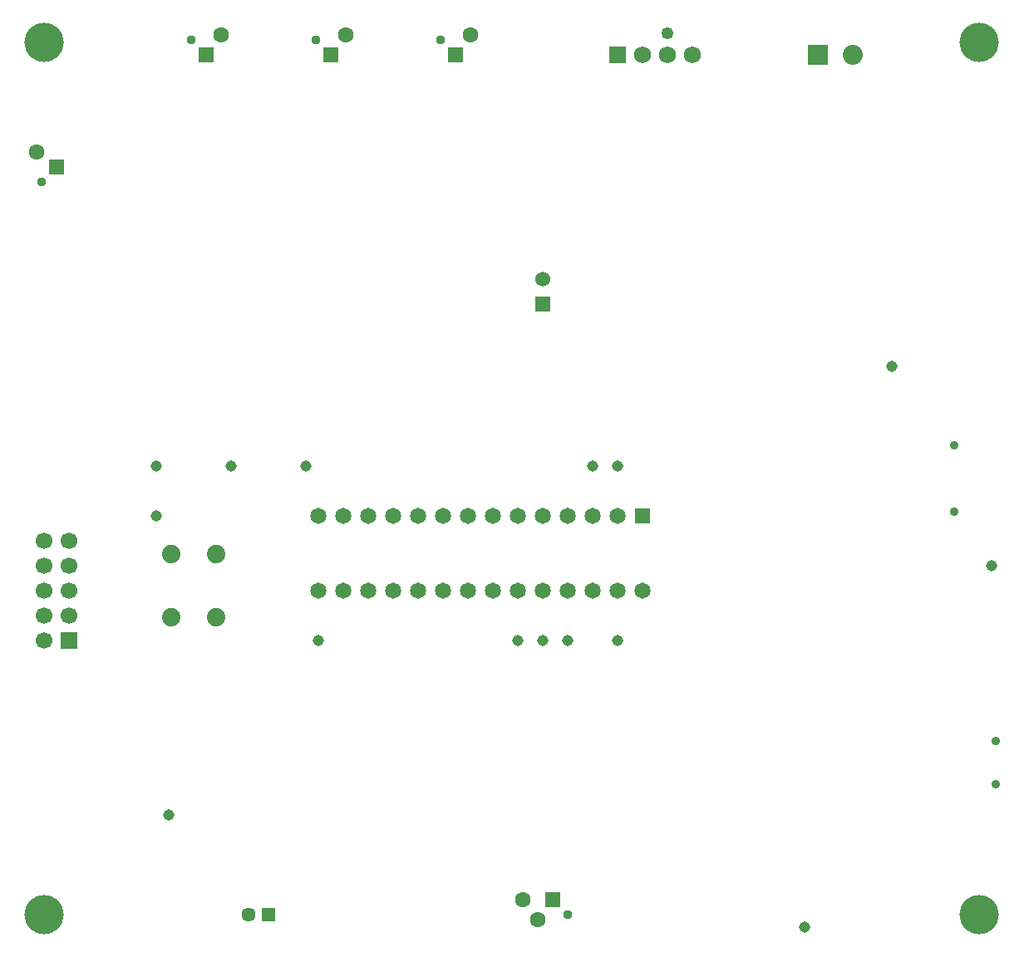
<source format=gbs>
G04 (created by PCBNEW (2013-mar-13)-testing) date Mon 25 Mar 2013 11:40:00 PM EDT*
%MOIN*%
G04 Gerber Fmt 3.4, Leading zero omitted, Abs format*
%FSLAX34Y34*%
G01*
G70*
G90*
G04 APERTURE LIST*
%ADD10C,0.006*%
%ADD11R,0.06X0.06*%
%ADD12C,0.06*%
%ADD13C,0.045*%
%ADD14R,0.0669291X0.0669291*%
%ADD15C,0.0669291*%
%ADD16C,0.0649606*%
%ADD17R,0.0649606X0.0649606*%
%ADD18R,0.0570866X0.0570866*%
%ADD19C,0.0570866*%
%ADD20R,0.0688976X0.0688976*%
%ADD21C,0.0688976*%
%ADD22C,0.0492126*%
%ADD23C,0.15748*%
%ADD24C,0.0354331*%
%ADD25R,0.0629921X0.0629921*%
%ADD26C,0.0374016*%
%ADD27C,0.0629921*%
%ADD28C,0.074*%
%ADD29C,0.08*%
%ADD30R,0.08X0.08*%
G04 APERTURE END LIST*
G54D10*
G54D11*
X61000Y-32500D03*
G54D12*
X61000Y-31500D03*
G54D13*
X64000Y-46000D03*
X71500Y-57500D03*
X62000Y-46000D03*
X79000Y-43000D03*
X75000Y-35000D03*
X52000Y-46000D03*
X46000Y-53000D03*
X64000Y-39000D03*
X63000Y-39000D03*
X48500Y-39000D03*
X51500Y-39000D03*
X45500Y-39000D03*
X45500Y-41000D03*
X60000Y-46000D03*
X61000Y-46000D03*
G54D14*
X42000Y-46000D03*
G54D15*
X42000Y-45000D03*
X42000Y-44000D03*
X42000Y-43000D03*
X42000Y-42000D03*
X41000Y-42000D03*
X41000Y-43000D03*
X41000Y-44000D03*
X41000Y-45000D03*
X41000Y-46000D03*
G54D16*
X64000Y-41000D03*
X63000Y-41000D03*
X62000Y-41000D03*
X61000Y-41000D03*
X60000Y-41000D03*
X59000Y-41000D03*
X58000Y-41000D03*
X57000Y-41000D03*
X56000Y-41000D03*
X55000Y-41000D03*
X54000Y-41000D03*
X53000Y-41000D03*
X52000Y-41000D03*
G54D17*
X65000Y-41000D03*
G54D16*
X52000Y-44000D03*
X53000Y-44000D03*
X54000Y-44000D03*
X55000Y-44000D03*
X56000Y-44000D03*
X57000Y-44000D03*
X58000Y-44000D03*
X59000Y-44000D03*
X60000Y-44000D03*
X61000Y-44000D03*
X62000Y-44000D03*
X63000Y-44000D03*
X64000Y-44000D03*
X65000Y-44000D03*
G54D18*
X49993Y-57000D03*
G54D19*
X49206Y-57000D03*
G54D20*
X64000Y-22500D03*
G54D21*
X65000Y-22500D03*
X66000Y-22500D03*
X67000Y-22500D03*
G54D22*
X66000Y-21650D03*
G54D23*
X78500Y-57000D03*
X78500Y-22000D03*
X41000Y-57000D03*
X41000Y-22000D03*
G54D24*
X79165Y-51766D03*
X79165Y-50034D03*
X77500Y-40838D03*
X77500Y-38161D03*
G54D25*
X47500Y-22493D03*
G54D26*
X46909Y-21903D03*
G54D27*
X48090Y-21706D03*
G54D25*
X52500Y-22493D03*
G54D26*
X51909Y-21903D03*
G54D27*
X53090Y-21706D03*
G54D25*
X57500Y-22493D03*
G54D26*
X56909Y-21903D03*
G54D27*
X58090Y-21706D03*
G54D25*
X41493Y-27000D03*
G54D26*
X40903Y-27590D03*
G54D27*
X40706Y-26409D03*
G54D25*
X61400Y-56406D03*
G54D26*
X61990Y-56996D03*
G54D27*
X60809Y-57193D03*
X60214Y-56406D03*
G54D28*
X47890Y-42520D03*
X47890Y-45080D03*
X46110Y-42520D03*
X46110Y-45080D03*
G54D29*
X73427Y-22500D03*
G54D30*
X72050Y-22500D03*
M02*

</source>
